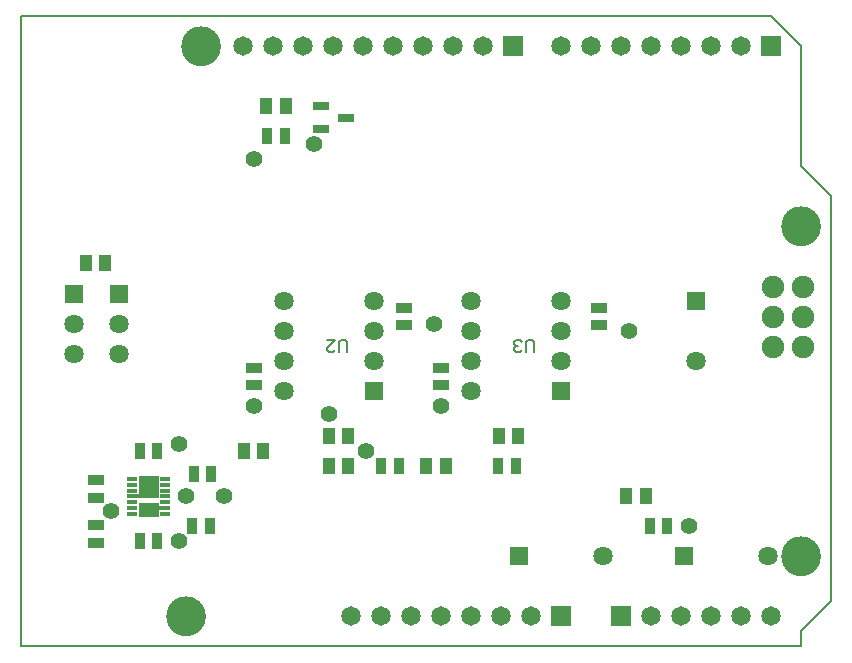
<source format=gts>
G04*
G04 #@! TF.GenerationSoftware,Altium Limited,Altium Designer,20.0.12 (288)*
G04*
G04 Layer_Color=8388736*
%FSLAX25Y25*%
%MOIN*%
G70*
G01*
G75*
%ADD14C,0.00500*%
%ADD16C,0.00700*%
%ADD18R,0.05315X0.03740*%
%ADD19R,0.03740X0.05315*%
%ADD26R,0.03847X0.05815*%
%ADD27R,0.01681X0.01484*%
%ADD28R,0.02468X0.01484*%
%ADD29R,0.06996X0.04713*%
%ADD30R,0.06996X0.07508*%
%ADD31R,0.03256X0.01484*%
%ADD32R,0.05618X0.02862*%
%ADD33R,0.06406X0.06406*%
%ADD34C,0.06406*%
%ADD35R,0.06406X0.06406*%
%ADD36C,0.13098*%
%ADD37R,0.06500X0.06500*%
%ADD38C,0.06500*%
%ADD39C,0.07500*%
%ADD40C,0.05500*%
D14*
X266299Y140000D02*
G03*
X266299Y140000I-6299J0D01*
G01*
X61299Y10000D02*
G03*
X61299Y10000I-6299J0D01*
G01*
X266299Y30000D02*
G03*
X266299Y30000I-6299J0D01*
G01*
X66299Y200000D02*
G03*
X66299Y200000I-6299J0D01*
G01*
X0Y210000D02*
X250000D01*
X0Y0D02*
X260000D01*
X0D02*
Y210000D01*
X250000D02*
X260000Y200000D01*
Y160000D02*
Y200000D01*
Y160000D02*
X270000Y150000D01*
Y15000D02*
Y150000D01*
X260000Y5000D02*
X270000Y15000D01*
X260000Y0D02*
Y5000D01*
D16*
X171000Y98001D02*
Y101334D01*
X170334Y102000D01*
X169001D01*
X168334Y101334D01*
Y98001D01*
X167001Y98668D02*
X166335Y98001D01*
X165002D01*
X164336Y98668D01*
Y99334D01*
X165002Y100001D01*
X165668D01*
X165002D01*
X164336Y100667D01*
Y101334D01*
X165002Y102000D01*
X166335D01*
X167001Y101334D01*
X108500Y98001D02*
Y101334D01*
X107834Y102000D01*
X106501D01*
X105834Y101334D01*
Y98001D01*
X101836Y102000D02*
X104501D01*
X101836Y99334D01*
Y98668D01*
X102502Y98001D01*
X103835D01*
X104501Y98668D01*
D18*
X127500Y107047D02*
D03*
Y112953D02*
D03*
X140000Y87047D02*
D03*
Y92953D02*
D03*
X192500Y107047D02*
D03*
Y112953D02*
D03*
X25000Y55453D02*
D03*
Y49547D02*
D03*
Y34547D02*
D03*
Y40453D02*
D03*
X77500Y92953D02*
D03*
Y87047D02*
D03*
D19*
X215453Y40000D02*
D03*
X209547D02*
D03*
X39547Y35000D02*
D03*
X45453D02*
D03*
X57500Y57500D02*
D03*
X63406D02*
D03*
X57047Y40000D02*
D03*
X62953D02*
D03*
X87953Y170000D02*
D03*
X82047D02*
D03*
X159095Y60000D02*
D03*
X165000D02*
D03*
X125906D02*
D03*
X120000D02*
D03*
X39547Y65000D02*
D03*
X45453D02*
D03*
D26*
X28129Y127975D02*
D03*
X21633D02*
D03*
X102500Y70000D02*
D03*
X108996D02*
D03*
X74252Y65000D02*
D03*
X80748D02*
D03*
X208248Y50000D02*
D03*
X201752D02*
D03*
X88248Y180000D02*
D03*
X81752D02*
D03*
X165748Y70000D02*
D03*
X159252D02*
D03*
X108996Y60000D02*
D03*
X102500D02*
D03*
X141496D02*
D03*
X135000D02*
D03*
D27*
X38681Y50000D02*
D03*
D28*
X46043Y46063D02*
D03*
D29*
X42500Y45394D02*
D03*
D30*
Y53012D02*
D03*
D31*
X48012Y55905D02*
D03*
Y53937D02*
D03*
Y51968D02*
D03*
Y50000D02*
D03*
Y48031D02*
D03*
Y46063D02*
D03*
Y44094D02*
D03*
X36988D02*
D03*
Y46063D02*
D03*
Y48031D02*
D03*
Y50000D02*
D03*
Y51968D02*
D03*
Y53937D02*
D03*
Y55905D02*
D03*
D32*
X100000Y180000D02*
D03*
Y172520D02*
D03*
X108268Y176260D02*
D03*
D33*
X225000Y115000D02*
D03*
X32500Y117500D02*
D03*
X17500D02*
D03*
D34*
X225000Y95000D02*
D03*
X32500Y97500D02*
D03*
Y107500D02*
D03*
X17500Y97500D02*
D03*
Y107500D02*
D03*
X193976Y30000D02*
D03*
X248976D02*
D03*
X180000Y95000D02*
D03*
Y105000D02*
D03*
Y115000D02*
D03*
X150000Y85000D02*
D03*
Y95000D02*
D03*
Y105000D02*
D03*
Y115000D02*
D03*
X117500Y95000D02*
D03*
Y105000D02*
D03*
Y115000D02*
D03*
X87500Y85000D02*
D03*
Y95000D02*
D03*
Y105000D02*
D03*
Y115000D02*
D03*
D35*
X166024Y30000D02*
D03*
X221024D02*
D03*
X180000Y85000D02*
D03*
X117500D02*
D03*
D36*
X260000Y30000D02*
D03*
Y140000D02*
D03*
X55000Y10000D02*
D03*
X60000Y200000D02*
D03*
D37*
X200000Y10000D02*
D03*
X164000Y200000D02*
D03*
X250000D02*
D03*
X180000Y10000D02*
D03*
D38*
X210000D02*
D03*
X220000D02*
D03*
X230000D02*
D03*
X240000D02*
D03*
X250000D02*
D03*
X154000Y200000D02*
D03*
X144000D02*
D03*
X134000D02*
D03*
X124000D02*
D03*
X114000D02*
D03*
X104000D02*
D03*
X94000D02*
D03*
X84000D02*
D03*
X74000D02*
D03*
X220000D02*
D03*
X210000D02*
D03*
X200000D02*
D03*
X190000D02*
D03*
X180000D02*
D03*
X240000D02*
D03*
X230000D02*
D03*
X150000Y10000D02*
D03*
X140000D02*
D03*
X130000D02*
D03*
X120000D02*
D03*
X110000D02*
D03*
X170000D02*
D03*
X160000D02*
D03*
D39*
X250551Y119803D02*
D03*
X260551D02*
D03*
X250551Y109803D02*
D03*
X260551D02*
D03*
X250551Y99803D02*
D03*
X260551D02*
D03*
D40*
X115000Y65000D02*
D03*
X102500Y77500D02*
D03*
X222500Y40000D02*
D03*
X202500Y105000D02*
D03*
X137500Y107500D02*
D03*
X52500Y67500D02*
D03*
X67500Y50000D02*
D03*
X30000Y45000D02*
D03*
X52500Y35000D02*
D03*
X55000Y50000D02*
D03*
X140000Y80000D02*
D03*
X77500D02*
D03*
X97500Y167500D02*
D03*
X77500Y162500D02*
D03*
M02*

</source>
